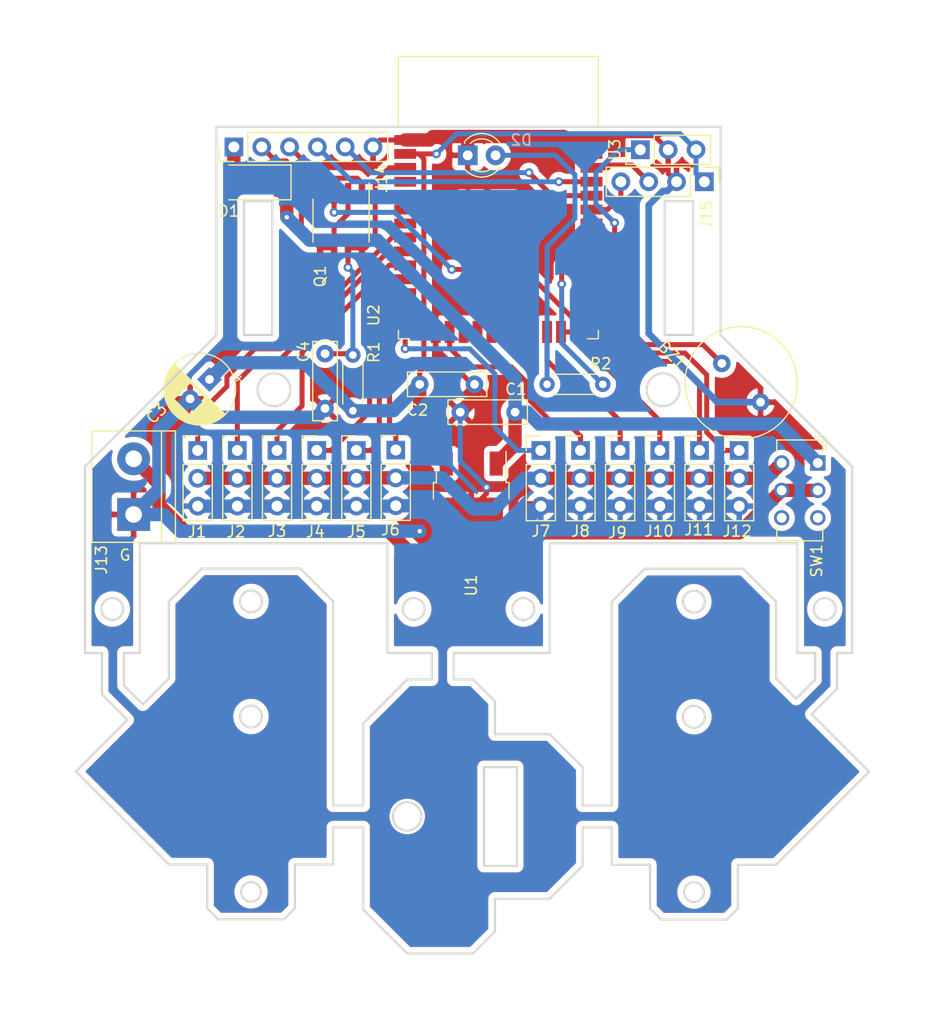
<source format=kicad_pcb>
(kicad_pcb (version 20171130) (host pcbnew "(5.1.5)-3")
  (layers (0 F.Cu signal) (31 B.Cu signal) (34 B.Paste user) (35 F.Paste user) (36 B.SilkS user) (37 F.SilkS user) (38 B.Mask user) (39 F.Mask user) (44 Edge.Cuts user))
  (net 0 "")
  (net 1 GND)
  (net 2 "Net-(BZ1-Pad1)")
  (net 3 +BATT)
  (net 4 +3V3)
  (net 5 EN)
  (net 6 +5V)
  (net 7 "Net-(D2-Pad2)")
  (net 8 SV0)
  (net 9 SV1)
  (net 10 SV2)
  (net 11 SV3)
  (net 12 SV4)
  (net 13 SV5)
  (net 14 SV6)
  (net 15 SV7)
  (net 16 SV8)
  (net 17 SV9)
  (net 18 SV10)
  (net 19 SV11)
  (net 20 "Net-(J13-Pad2)")
  (net 21 "Net-(J14-Pad5)")
  (net 22 "Net-(J14-Pad4)")
  (net 23 RTS)
  (net 24 DTR)
  (net 25 IO0)
  (net 26 "Net-(R2-Pad1)")
  (net 27 "Net-(U2-Pad37)")
  (net 28 "Net-(U2-Pad32)")
  (net 29 "Net-(U2-Pad31)")
  (net 30 "Net-(U2-Pad29)")
  (net 31 "Net-(U2-Pad22)")
  (net 32 "Net-(U2-Pad21)")
  (net 33 "Net-(U2-Pad20)")
  (net 34 "Net-(U2-Pad19)")
  (net 35 "Net-(U2-Pad18)")
  (net 36 "Net-(U2-Pad17)")
  (net 37 "Net-(U2-Pad7)")
  (net 38 "Net-(U2-Pad6)")
  (net 39 "Net-(U2-Pad5)")
  (net 40 "Net-(U2-Pad4)")
  (net 41 "Net-(C1-Pad1)")
  (net 42 "Net-(SW1-Pad6)")
  (net 43 "Net-(SW1-Pad3)")
  (net 44 "Net-(J15-Pad4)")
  (net 45 "Net-(J15-Pad3)")
  (net 46 GNDPWR)
  (module Connector_PinHeader_2.54mm:PinHeader_1x04_P2.54mm_Vertical (layer F.Cu) (at 108.966 21.463 270)
    (fp_text reference J15 (at 3.017 -0.194 90) (layer F.SilkS))
    (fp_text value Conn_01x04)
    (pad 4 thru_hole oval (at 0 7.62 270) (size 1.7 1.7) (drill 1) (layers *.Cu *.Mask) (net 44 "Net-(J15-Pad4)"))
    (pad 3 thru_hole oval (at 0 5.08 270) (size 1.7 1.7) (drill 1) (layers *.Cu *.Mask) (net 45 "Net-(J15-Pad3)"))
    (pad 2 thru_hole oval (at 0 2.54 270) (size 1.7 1.7) (drill 1) (layers *.Cu *.Mask) (net 1 GND))
    (pad 1 thru_hole rect (at 0 0 270) (size 1.7 1.7) (drill 1) (layers *.Cu *.Mask) (net 4 +3V3))
  )
  (module Connector_PinHeader_2.54mm:PinHeader_1x03_P2.54mm_Vertical (layer F.Cu) (at 103.124 18.542 90)
    (fp_text reference U3 (at 0 -2.33 90) (layer F.SilkS))
    (fp_text value TSDP341xx)
    (pad 3 thru_hole oval (at 0 5.08 90) (size 1.7 1.7) (drill 1) (layers *.Cu *.Mask) (net 4 +3V3))
    (pad 2 thru_hole oval (at 0 2.54 90) (size 1.7 1.7) (drill 1) (layers *.Cu *.Mask) (net 1 GND))
    (pad 1 thru_hole rect (at 0 0 90) (size 1.7 1.7) (drill 1) (layers *.Cu *.Mask) (net 30 "Net-(U2-Pad29)"))
  )
  (module RF_Module:ESP32-WROOM-32 (layer F.Cu) (at 90.17 25.908)
    (fp_text reference U2 (at -11.37 7.732 90) (layer F.SilkS))
    (fp_text value ESP32-WROOM-32)
    (pad 38 smd rect (at 8.5 -8.255) (size 2 0.9) (layers F.Cu F.Paste F.Mask) (net 1 GND))
    (pad 37 smd rect (at 8.5 -6.985) (size 2 0.9) (layers F.Cu F.Paste F.Mask) (net 27 "Net-(U2-Pad37)"))
    (pad 36 smd rect (at 8.5 -5.715) (size 2 0.9) (layers F.Cu F.Paste F.Mask) (net 45 "Net-(J15-Pad3)"))
    (pad 35 smd rect (at 8.5 -4.445) (size 2 0.9) (layers F.Cu F.Paste F.Mask) (net 22 "Net-(J14-Pad4)"))
    (pad 34 smd rect (at 8.5 -3.175) (size 2 0.9) (layers F.Cu F.Paste F.Mask) (net 21 "Net-(J14-Pad5)"))
    (pad 33 smd rect (at 8.5 -1.905) (size 2 0.9) (layers F.Cu F.Paste F.Mask) (net 44 "Net-(J15-Pad4)"))
    (pad 32 smd rect (at 8.5 -0.635) (size 2 0.9) (layers F.Cu F.Paste F.Mask) (net 28 "Net-(U2-Pad32)"))
    (pad 31 smd rect (at 8.5 0.635) (size 2 0.9) (layers F.Cu F.Paste F.Mask) (net 29 "Net-(U2-Pad31)"))
    (pad 30 smd rect (at 8.5 1.905) (size 2 0.9) (layers F.Cu F.Paste F.Mask) (net 26 "Net-(R2-Pad1)"))
    (pad 29 smd rect (at 8.5 3.175) (size 2 0.9) (layers F.Cu F.Paste F.Mask) (net 30 "Net-(U2-Pad29)"))
    (pad 28 smd rect (at 8.5 4.445) (size 2 0.9) (layers F.Cu F.Paste F.Mask) (net 2 "Net-(BZ1-Pad1)"))
    (pad 27 smd rect (at 8.5 5.715) (size 2 0.9) (layers F.Cu F.Paste F.Mask) (net 19 SV11))
    (pad 26 smd rect (at 8.5 6.985) (size 2 0.9) (layers F.Cu F.Paste F.Mask) (net 18 SV10))
    (pad 25 smd rect (at 8.5 8.255) (size 2 0.9) (layers F.Cu F.Paste F.Mask) (net 25 IO0))
    (pad 24 smd rect (at 5.715 9.255 90) (size 2 0.9) (layers F.Cu F.Paste F.Mask) (net 17 SV9))
    (pad 23 smd rect (at 4.445 9.255 90) (size 2 0.9) (layers F.Cu F.Paste F.Mask) (net 16 SV8))
    (pad 22 smd rect (at 3.175 9.255 90) (size 2 0.9) (layers F.Cu F.Paste F.Mask) (net 31 "Net-(U2-Pad22)"))
    (pad 21 smd rect (at 1.905 9.255 90) (size 2 0.9) (layers F.Cu F.Paste F.Mask) (net 32 "Net-(U2-Pad21)"))
    (pad 20 smd rect (at 0.635 9.255 90) (size 2 0.9) (layers F.Cu F.Paste F.Mask) (net 33 "Net-(U2-Pad20)"))
    (pad 19 smd rect (at -0.635 9.255 90) (size 2 0.9) (layers F.Cu F.Paste F.Mask) (net 34 "Net-(U2-Pad19)"))
    (pad 18 smd rect (at -1.905 9.255 90) (size 2 0.9) (layers F.Cu F.Paste F.Mask) (net 35 "Net-(U2-Pad18)"))
    (pad 17 smd rect (at -3.175 9.255 90) (size 2 0.9) (layers F.Cu F.Paste F.Mask) (net 36 "Net-(U2-Pad17)"))
    (pad 16 smd rect (at -4.445 9.255 90) (size 2 0.9) (layers F.Cu F.Paste F.Mask) (net 15 SV7))
    (pad 15 smd rect (at -5.715 9.255 90) (size 2 0.9) (layers F.Cu F.Paste F.Mask) (net 1 GND))
    (pad 14 smd rect (at -8.5 8.255) (size 2 0.9) (layers F.Cu F.Paste F.Mask) (net 14 SV6))
    (pad 13 smd rect (at -8.5 6.985) (size 2 0.9) (layers F.Cu F.Paste F.Mask) (net 13 SV5))
    (pad 12 smd rect (at -8.5 5.715) (size 2 0.9) (layers F.Cu F.Paste F.Mask) (net 12 SV4))
    (pad 11 smd rect (at -8.5 4.445) (size 2 0.9) (layers F.Cu F.Paste F.Mask) (net 11 SV3))
    (pad 10 smd rect (at -8.5 3.175) (size 2 0.9) (layers F.Cu F.Paste F.Mask) (net 10 SV2))
    (pad 9 smd rect (at -8.5 1.905) (size 2 0.9) (layers F.Cu F.Paste F.Mask) (net 9 SV1))
    (pad 8 smd rect (at -8.5 0.635) (size 2 0.9) (layers F.Cu F.Paste F.Mask) (net 8 SV0))
    (pad 7 smd rect (at -8.5 -0.635) (size 2 0.9) (layers F.Cu F.Paste F.Mask) (net 37 "Net-(U2-Pad7)"))
    (pad 6 smd rect (at -8.5 -1.905) (size 2 0.9) (layers F.Cu F.Paste F.Mask) (net 38 "Net-(U2-Pad6)"))
    (pad 5 smd rect (at -8.5 -3.175) (size 2 0.9) (layers F.Cu F.Paste F.Mask) (net 39 "Net-(U2-Pad5)"))
    (pad 4 smd rect (at -8.5 -4.445) (size 2 0.9) (layers F.Cu F.Paste F.Mask) (net 40 "Net-(U2-Pad4)"))
    (pad 3 smd rect (at -8.5 -5.715) (size 2 0.9) (layers F.Cu F.Paste F.Mask) (net 5 EN))
    (pad 2 smd rect (at -8.5 -6.985) (size 2 0.9) (layers F.Cu F.Paste F.Mask) (net 4 +3V3))
    (pad 1 smd rect (at -8.5 -8.255) (size 2 0.9) (layers F.Cu F.Paste F.Mask) (net 1 GND))
    (pad 39 smd rect (at -1 -0.755) (size 5 5) (layers F.Cu F.Paste F.Mask) (net 1 GND))
  )
  (module Package_TO_SOT_SMD:TO-252-2 (layer F.Cu) (at 87.6935 51.3715 270)
    (fp_text reference U1 (at 6.9215 0 90) (layer F.SilkS))
    (fp_text value LF33_TO252)
    (pad 2 smd rect (at 2.1 0 270) (size 6.4 5.8) (layers F.Cu F.Mask) (net 1 GND))
    (pad 3 smd rect (at -4.2 2.28 270) (size 2.2 1.2) (layers F.Cu F.Paste F.Mask) (net 4 +3V3))
    (pad 1 smd rect (at -4.2 -2.28 270) (size 2.2 1.2) (layers F.Cu F.Paste F.Mask) (net 41 "Net-(C1-Pad1)"))
  )
  (module Resistor_THT:R_Axial_DIN0204_L3.6mm_D1.6mm_P5.08mm_Horizontal (layer F.Cu) (at 99.695 39.9415 180)
    (fp_text reference R2 (at 0.185 1.8815) (layer F.SilkS))
    (fp_text value 100)
    (pad 2 thru_hole oval (at 5.08 0 180) (size 1.4 1.4) (drill 0.7) (layers *.Cu *.Mask) (net 7 "Net-(D2-Pad2)"))
    (pad 1 thru_hole circle (at 0 0 180) (size 1.4 1.4) (drill 0.7) (layers *.Cu *.Mask) (net 26 "Net-(R2-Pad1)"))
  )
  (module Resistor_THT:R_Axial_DIN0204_L3.6mm_D1.6mm_P5.08mm_Horizontal (layer F.Cu) (at 76.8985 42.3545 90)
    (fp_text reference R1 (at 5.334 1.905 90) (layer F.SilkS))
    (fp_text value 10k)
    (pad 2 thru_hole oval (at 5.08 0 90) (size 1.4 1.4) (drill 0.7) (layers *.Cu *.Mask) (net 5 EN))
    (pad 1 thru_hole circle (at 0 0 90) (size 1.4 1.4) (drill 0.7) (layers *.Cu *.Mask) (net 4 +3V3))
  )
  (module Package_SO:SOIC-8_3.9x4.9mm_P1.27mm (layer F.Cu) (at 75.819 25.019 270)
    (fp_text reference Q1 (at 5.08 1.905 90) (layer F.SilkS))
    (fp_text value STS2DNE60)
    (pad 8 smd roundrect (at 2.475 -1.905 270) (size 1.95 0.6) (layers F.Cu F.Paste F.Mask) (net 5 EN))
    (pad 7 smd roundrect (at 2.475 -0.635 270) (size 1.95 0.6) (layers F.Cu F.Paste F.Mask) (net 5 EN))
    (pad 6 smd roundrect (at 2.475 0.635 270) (size 1.95 0.6) (layers F.Cu F.Paste F.Mask) (net 24 DTR))
    (pad 5 smd roundrect (at 2.475 1.905 270) (size 1.95 0.6) (layers F.Cu F.Paste F.Mask) (net 24 DTR))
    (pad 4 smd roundrect (at -2.475 1.905 270) (size 1.95 0.6) (layers F.Cu F.Paste F.Mask) (net 23 RTS))
    (pad 3 smd roundrect (at -2.475 0.635 270) (size 1.95 0.6) (layers F.Cu F.Paste F.Mask) (net 25 IO0))
    (pad 2 smd roundrect (at -2.475 -0.635 270) (size 1.95 0.6) (layers F.Cu F.Paste F.Mask) (net 24 DTR))
    (pad 1 smd roundrect (at -2.475 -1.905 270) (size 1.95 0.6) (layers F.Cu F.Paste F.Mask) (net 23 RTS))
  )
  (module Connector_PinHeader_2.54mm:PinHeader_1x06_P2.54mm_Vertical (layer F.Cu) (at 66.04 18.288 90)
    (fp_text reference J14 (at -2.8575 13.462 90) (layer F.SilkS))
    (fp_text value Conn_01x06)
    (pad 6 thru_hole oval (at 0 12.7 90) (size 1.7 1.7) (drill 1) (layers *.Cu *.Mask) (net 1 GND))
    (pad 5 thru_hole oval (at 0 10.16 90) (size 1.7 1.7) (drill 1) (layers *.Cu *.Mask) (net 21 "Net-(J14-Pad5)"))
    (pad 4 thru_hole oval (at 0 7.62 90) (size 1.7 1.7) (drill 1) (layers *.Cu *.Mask) (net 22 "Net-(J14-Pad4)"))
    (pad 3 thru_hole oval (at 0 5.08 90) (size 1.7 1.7) (drill 1) (layers *.Cu *.Mask) (net 23 RTS))
    (pad 2 thru_hole oval (at 0 2.54 90) (size 1.7 1.7) (drill 1) (layers *.Cu *.Mask) (net 24 DTR))
    (pad 1 thru_hole rect (at 0 0 90) (size 1.7 1.7) (drill 1) (layers *.Cu *.Mask) (net 6 +5V))
  )
  (module TerminalBlock:TerminalBlock_bornier-2_P5.08mm (layer F.Cu) (at 56.896 51.816 90)
    (fp_text reference J13 (at -4.134 -2.946 90) (layer F.SilkS))
    (fp_text value Conn_01x02)
    (pad 2 thru_hole circle (at 5.08 0 90) (size 3 3) (drill 1.52) (layers *.Cu *.Mask) (net 20 "Net-(J13-Pad2)"))
    (pad 1 thru_hole rect (at 0 0 90) (size 3 3) (drill 1.52) (layers *.Cu *.Mask) (net 1 GND))
  )
  (module Button_Switch_THT:SW_CuK_JS202011CQN_DPDT_Straight (layer F.Cu) (at 119.3165 47.117 270)
    (fp_text reference SW1 (at 8.923 0.1165 90) (layer F.SilkS))
    (fp_text value SW_DPDT_x2)
    (pad 6 thru_hole circle (at 5 3.3 270) (size 1.4 1.4) (drill 0.9) (layers *.Cu *.Mask) (net 42 "Net-(SW1-Pad6)"))
    (pad 5 thru_hole circle (at 2.5 3.3 270) (size 1.4 1.4) (drill 0.9) (layers *.Cu *.Mask) (net 20 "Net-(J13-Pad2)"))
    (pad 4 thru_hole circle (at 0 3.3 270) (size 1.4 1.4) (drill 0.9) (layers *.Cu *.Mask) (net 3 +BATT))
    (pad 3 thru_hole circle (at 5 0 270) (size 1.4 1.4) (drill 0.9) (layers *.Cu *.Mask) (net 43 "Net-(SW1-Pad3)"))
    (pad 2 thru_hole circle (at 2.5 0 270) (size 1.4 1.4) (drill 0.9) (layers *.Cu *.Mask) (net 20 "Net-(J13-Pad2)"))
    (pad 1 thru_hole rect (at 0 0 270) (size 1.4 1.4) (drill 0.9) (layers *.Cu *.Mask) (net 41 "Net-(C1-Pad1)"))
  )
  (module Connector_PinHeader_2.54mm:PinHeader_1x03_P2.54mm_Vertical (layer F.Cu) (at 73.5965 45.974)
    (fp_text reference J4 (at -0.127 7.4295) (layer F.SilkS))
    (fp_text value Conn_01x03)
    (pad 3 thru_hole oval (at 0 5.08) (size 1.7 1.7) (drill 1) (layers *.Cu *.Mask) (net 1 GND))
    (pad 2 thru_hole oval (at 0 2.54) (size 1.7 1.7) (drill 1) (layers *.Cu *.Mask) (net 3 +BATT))
    (pad 1 thru_hole rect (at 0 0) (size 1.7 1.7) (drill 1) (layers *.Cu *.Mask) (net 11 SV3))
  )
  (module Diode_SMD:D_2010_5025Metric (layer F.Cu) (at 68.072 21.5265 180)
    (fp_text reference D1 (at 2.512 -2.6135) (layer F.SilkS))
    (fp_text value D_Schottky)
    (pad 2 smd roundrect (at 2.25 0 180) (size 1.35 2.65) (layers F.Cu F.Paste F.Mask) (roundrect_rratio 0.185185) (net 6 +5V))
    (pad 1 smd roundrect (at -2.25 0 180) (size 1.35 2.65) (layers F.Cu F.Paste F.Mask) (roundrect_rratio 0.185185) (net 41 "Net-(C1-Pad1)"))
  )
  (module Capacitor_THT:C_Rect_L7.0mm_W2.0mm_P5.00mm (layer F.Cu) (at 74.3585 37.1475 270)
    (fp_text reference C4 (at -0.1905 1.9685 90) (layer F.SilkS))
    (fp_text value 0.1u)
    (pad 2 thru_hole circle (at 5 0 270) (size 1.6 1.6) (drill 0.8) (layers *.Cu *.Mask) (net 1 GND))
    (pad 1 thru_hole circle (at 0 0 270) (size 1.6 1.6) (drill 0.8) (layers *.Cu *.Mask) (net 5 EN))
  )
  (module Capacitor_THT:C_Rect_L7.0mm_W2.0mm_P5.00mm (layer F.Cu) (at 82.9945 39.9415)
    (fp_text reference C2 (at -0.1905 2.3495) (layer F.SilkS))
    (fp_text value 0.1u)
    (pad 2 thru_hole circle (at 5 0) (size 1.6 1.6) (drill 0.8) (layers *.Cu *.Mask) (net 1 GND))
    (pad 1 thru_hole circle (at 0 0) (size 1.6 1.6) (drill 0.8) (layers *.Cu *.Mask) (net 4 +3V3))
  )
  (module Connector_PinHeader_2.54mm:PinHeader_1x03_P2.54mm_Vertical (layer F.Cu) (at 94.0435 45.974)
    (fp_text reference J7 (at 0 7.366) (layer F.SilkS))
    (fp_text value Conn_01x03)
    (pad 3 thru_hole oval (at 0 5.08) (size 1.7 1.7) (drill 1) (layers *.Cu *.Mask) (net 1 GND))
    (pad 2 thru_hole oval (at 0 2.54) (size 1.7 1.7) (drill 1) (layers *.Cu *.Mask) (net 3 +BATT))
    (pad 1 thru_hole rect (at 0 0) (size 1.7 1.7) (drill 1) (layers *.Cu *.Mask) (net 14 SV6))
  )
  (module Connector_PinHeader_2.54mm:PinHeader_1x03_P2.54mm_Vertical (layer F.Cu) (at 97.663 45.974)
    (fp_text reference J8 (at 0 7.366) (layer F.SilkS))
    (fp_text value Conn_01x03)
    (pad 3 thru_hole oval (at 0 5.08) (size 1.7 1.7) (drill 1) (layers *.Cu *.Mask) (net 1 GND))
    (pad 2 thru_hole oval (at 0 2.54) (size 1.7 1.7) (drill 1) (layers *.Cu *.Mask) (net 3 +BATT))
    (pad 1 thru_hole rect (at 0 0) (size 1.7 1.7) (drill 1) (layers *.Cu *.Mask) (net 15 SV7))
  )
  (module Capacitor_THT:C_Rect_L7.0mm_W2.0mm_P5.00mm (layer F.Cu) (at 91.694 42.4815 180)
    (fp_text reference C1 (at -0.0635 2.0955) (layer F.SilkS))
    (fp_text value 10u)
    (pad 2 thru_hole circle (at 5 0 180) (size 1.6 1.6) (drill 0.8) (layers *.Cu *.Mask) (net 1 GND))
    (pad 1 thru_hole circle (at 0 0 180) (size 1.6 1.6) (drill 0.8) (layers *.Cu *.Mask) (net 41 "Net-(C1-Pad1)"))
  )
  (module LED_THT:LED_D3.0mm (layer F.Cu) (at 87.376 19.05)
    (fp_text reference D2 (at 4.8895 -1.397) (layer B.SilkS) (effects (justify mirror)))
    (fp_text value LED)
    (pad 2 thru_hole circle (at 2.54 0) (size 1.8 1.8) (drill 0.9) (layers *.Cu *.Mask) (net 7 "Net-(D2-Pad2)"))
    (pad 1 thru_hole rect (at 0 0) (size 1.8 1.8) (drill 0.9) (layers *.Cu *.Mask) (net 1 GND))
  )
  (module Connector_PinHeader_2.54mm:PinHeader_1x03_P2.54mm_Vertical (layer F.Cu) (at 108.5215 45.974)
    (fp_text reference J11 (at -0.0635 7.239) (layer F.SilkS))
    (fp_text value Conn_01x03)
    (pad 3 thru_hole oval (at 0 5.08) (size 1.7 1.7) (drill 1) (layers *.Cu *.Mask) (net 1 GND))
    (pad 2 thru_hole oval (at 0 2.54) (size 1.7 1.7) (drill 1) (layers *.Cu *.Mask) (net 3 +BATT))
    (pad 1 thru_hole rect (at 0 0) (size 1.7 1.7) (drill 1) (layers *.Cu *.Mask) (net 18 SV10))
  )
  (module Connector_PinHeader_2.54mm:PinHeader_1x03_P2.54mm_Vertical (layer F.Cu) (at 77.216 45.974)
    (fp_text reference J5 (at 0 7.4295) (layer F.SilkS))
    (fp_text value Conn_01x03)
    (pad 3 thru_hole oval (at 0 5.08) (size 1.7 1.7) (drill 1) (layers *.Cu *.Mask) (net 1 GND))
    (pad 2 thru_hole oval (at 0 2.54) (size 1.7 1.7) (drill 1) (layers *.Cu *.Mask) (net 3 +BATT))
    (pad 1 thru_hole rect (at 0 0) (size 1.7 1.7) (drill 1) (layers *.Cu *.Mask) (net 12 SV4))
  )
  (module Capacitor_THT:CP_Radial_D6.3mm_P2.50mm (layer F.Cu) (at 63.8175 39.497 225)
    (fp_text reference C3 (at 5.61266 1.212335 45) (layer F.SilkS))
    (fp_text value 47u)
    (pad 2 thru_hole circle (at 2.5 0 225) (size 1.6 1.6) (drill 0.8) (layers *.Cu *.Mask) (net 1 GND))
    (pad 1 thru_hole rect (at 0 0 225) (size 1.6 1.6) (drill 0.8) (layers *.Cu *.Mask) (net 4 +3V3))
  )
  (module Connector_PinHeader_2.54mm:PinHeader_1x03_P2.54mm_Vertical (layer F.Cu) (at 112.141 45.974)
    (fp_text reference J12 (at -0.1905 7.366) (layer F.SilkS))
    (fp_text value Conn_01x03)
    (pad 3 thru_hole oval (at 0 5.08) (size 1.7 1.7) (drill 1) (layers *.Cu *.Mask) (net 1 GND))
    (pad 2 thru_hole oval (at 0 2.54) (size 1.7 1.7) (drill 1) (layers *.Cu *.Mask) (net 3 +BATT))
    (pad 1 thru_hole rect (at 0 0) (size 1.7 1.7) (drill 1) (layers *.Cu *.Mask) (net 19 SV11))
  )
  (module Connector_PinHeader_2.54mm:PinHeader_1x03_P2.54mm_Vertical (layer F.Cu) (at 104.902 45.974)
    (fp_text reference J10 (at -0.0635 7.366) (layer F.SilkS))
    (fp_text value Conn_01x03)
    (pad 3 thru_hole oval (at 0 5.08) (size 1.7 1.7) (drill 1) (layers *.Cu *.Mask) (net 1 GND))
    (pad 2 thru_hole oval (at 0 2.54) (size 1.7 1.7) (drill 1) (layers *.Cu *.Mask) (net 3 +BATT))
    (pad 1 thru_hole rect (at 0 0) (size 1.7 1.7) (drill 1) (layers *.Cu *.Mask) (net 17 SV9))
  )
  (module Connector_PinHeader_2.54mm:PinHeader_1x03_P2.54mm_Vertical (layer F.Cu) (at 101.2825 45.974)
    (fp_text reference J9 (at -0.254 7.493) (layer F.SilkS))
    (fp_text value Conn_01x03)
    (pad 3 thru_hole oval (at 0 5.08) (size 1.7 1.7) (drill 1) (layers *.Cu *.Mask) (net 1 GND))
    (pad 2 thru_hole oval (at 0 2.54) (size 1.7 1.7) (drill 1) (layers *.Cu *.Mask) (net 3 +BATT))
    (pad 1 thru_hole rect (at 0 0) (size 1.7 1.7) (drill 1) (layers *.Cu *.Mask) (net 16 SV8))
  )
  (module Connector_PinHeader_2.54mm:PinHeader_1x03_P2.54mm_Vertical (layer F.Cu) (at 80.8105 45.9375)
    (fp_text reference J6 (at -0.483 7.2755) (layer F.SilkS))
    (fp_text value Conn_01x03)
    (pad 3 thru_hole oval (at 0 5.08) (size 1.7 1.7) (drill 1) (layers *.Cu *.Mask) (net 1 GND))
    (pad 2 thru_hole oval (at 0 2.54) (size 1.7 1.7) (drill 1) (layers *.Cu *.Mask) (net 3 +BATT))
    (pad 1 thru_hole rect (at 0 0) (size 1.7 1.7) (drill 1) (layers *.Cu *.Mask) (net 13 SV5))
  )
  (module Connector_PinHeader_2.54mm:PinHeader_1x03_P2.54mm_Vertical (layer F.Cu) (at 69.977 45.974)
    (fp_text reference J3 (at 0 7.366) (layer F.SilkS))
    (fp_text value Conn_01x03)
    (pad 3 thru_hole oval (at 0 5.08) (size 1.7 1.7) (drill 1) (layers *.Cu *.Mask) (net 1 GND))
    (pad 2 thru_hole oval (at 0 2.54) (size 1.7 1.7) (drill 1) (layers *.Cu *.Mask) (net 3 +BATT))
    (pad 1 thru_hole rect (at 0 0) (size 1.7 1.7) (drill 1) (layers *.Cu *.Mask) (net 10 SV2))
  )
  (module Connector_PinHeader_2.54mm:PinHeader_1x03_P2.54mm_Vertical (layer F.Cu) (at 66.3575 45.974)
    (fp_text reference J2 (at -0.127 7.4295) (layer F.SilkS))
    (fp_text value Conn_01x03)
    (pad 3 thru_hole oval (at 0 5.08) (size 1.7 1.7) (drill 1) (layers *.Cu *.Mask) (net 1 GND))
    (pad 2 thru_hole oval (at 0 2.54) (size 1.7 1.7) (drill 1) (layers *.Cu *.Mask) (net 3 +BATT))
    (pad 1 thru_hole rect (at 0 0) (size 1.7 1.7) (drill 1) (layers *.Cu *.Mask) (net 9 SV1))
  )
  (module Connector_PinHeader_2.54mm:PinHeader_1x03_P2.54mm_Vertical (layer F.Cu) (at 62.738 45.974)
    (fp_text reference J1 (at -0.0635 7.4295) (layer F.SilkS))
    (fp_text value Conn_01x03)
    (pad 3 thru_hole oval (at 0 5.08) (size 1.7 1.7) (drill 1) (layers *.Cu *.Mask) (net 1 GND))
    (pad 2 thru_hole oval (at 0 2.54) (size 1.7 1.7) (drill 1) (layers *.Cu *.Mask) (net 3 +BATT))
    (pad 1 thru_hole rect (at 0 0) (size 1.7 1.7) (drill 1) (layers *.Cu *.Mask) (net 8 SV0))
  )
  (module Capacitor_THT:C_Radial_D10.0mm_H12.5mm_P5.00mm (layer F.Cu) (at 110.5535 38.0365 315)
    (fp_text reference BZ1 (at -3.761808 2.663671 135) (layer F.SilkS))
    (fp_text value Buzzer)
    (pad 2 thru_hole circle (at 5 0 315) (size 1.6 1.6) (drill 0.8) (layers *.Cu *.Mask) (net 1 GND))
    (pad 1 thru_hole circle (at 0 0 315) (size 1.6 1.6) (drill 0.8) (layers *.Cu *.Mask) (net 2 "Net-(BZ1-Pad1)"))
  )
  (gr_circle (center 108.012424 70.268777) (end 109.012424 70.268777) (layer Edge.Cuts) (width 0.2))
  (gr_line (start 88.855206 74.864487) (end 88.855206 83.864487) (layer Edge.Cuts) (width 0.2))
  (gr_line (start 91.855206 83.864487) (end 91.855206 74.864487) (layer Edge.Cuts) (width 0.2))
  (gr_line (start 88.855206 83.864487) (end 91.855206 83.864487) (layer Edge.Cuts) (width 0.2))
  (gr_circle (center 67.605179 70.246105) (end 68.605179 70.246105) (layer Edge.Cuts) (width 0.2))
  (gr_circle (center 81.855206 79.364487) (end 83.155206 79.364487) (layer Edge.Cuts) (width 0.2))
  (gr_circle (center 108.012424 59.768777) (end 109.012424 59.768777) (layer Edge.Cuts) (width 0.2))
  (gr_line (start 91.855206 74.864487) (end 88.855206 74.864487) (layer Edge.Cuts) (width 0.2))
  (gr_circle (center 108.012424 86.268777) (end 108.912424 86.268777) (layer Edge.Cuts) (width 0.2))
  (gr_line (start 89.855206 86.864487) (end 89.855206 89.864487) (layer Edge.Cuts) (width 0.2))
  (gr_line (start 117.45 64.441) (end 117.45 54.441) (layer Edge.Cuts) (width 0.2))
  (gr_line (start 119.069633 66.892261) (end 119.069633 64.441) (layer Edge.Cuts) (width 0.2))
  (gr_line (start 117.338052 68.623842) (end 119.069633 66.892261) (layer Edge.Cuts) (width 0.2))
  (gr_line (start 115.512424 66.798214) (end 117.338052 68.623842) (layer Edge.Cuts) (width 0.2))
  (gr_line (start 115.512424 59.768777) (end 115.512424 66.798214) (layer Edge.Cuts) (width 0.2))
  (gr_line (start 112.512424 56.768777) (end 115.512424 59.768777) (layer Edge.Cuts) (width 0.2))
  (gr_line (start 57.738366 69.142356) (end 60.105179 66.775542) (layer Edge.Cuts) (width 0.2))
  (gr_line (start 75.105179 83.746105) (end 71.605179 83.746105) (layer Edge.Cuts) (width 0.2))
  (gr_line (start 54.001722 64.441) (end 52.45 64.441) (layer Edge.Cuts) (width 0.2))
  (gr_line (start 51.619898 75.260824) (end 56.324153 70.556569) (layer Edge.Cuts) (width 0.2))
  (gr_line (start 94.855206 86.864487) (end 89.855206 86.864487) (layer Edge.Cuts) (width 0.2))
  (gr_line (start 103.512424 56.768777) (end 112.512424 56.768777) (layer Edge.Cuts) (width 0.2))
  (gr_line (start 100.512424 59.768777) (end 103.512424 56.768777) (layer Edge.Cuts) (width 0.2))
  (gr_line (start 100.512424 78.364487) (end 100.512424 59.768777) (layer Edge.Cuts) (width 0.2))
  (gr_line (start 97.855206 74.864487) (end 97.855206 78.364487) (layer Edge.Cuts) (width 0.2))
  (gr_line (start 80.05 64.441) (end 80.05 54.441) (layer Edge.Cuts) (width 0.2))
  (gr_line (start 60.105179 83.746105) (end 51.619898 75.260824) (layer Edge.Cuts) (width 0.2))
  (gr_line (start 89.855206 68.864487) (end 89.855206 71.864487) (layer Edge.Cuts) (width 0.2))
  (gr_line (start 97.855206 80.364487) (end 97.855206 83.864487) (layer Edge.Cuts) (width 0.2))
  (gr_line (start 94.85 64.441) (end 86.08899 64.441) (layer Edge.Cuts) (width 0.2))
  (gr_line (start 94.85 54.441) (end 94.85 64.441) (layer Edge.Cuts) (width 0.2))
  (gr_line (start 75.105179 78.364487) (end 77.855206 78.364487) (layer Edge.Cuts) (width 0.2))
  (gr_line (start 72.105179 56.746105) (end 75.105179 59.746105) (layer Edge.Cuts) (width 0.2))
  (gr_line (start 89.855206 89.864487) (end 87.855206 91.864487) (layer Edge.Cuts) (width 0.2))
  (gr_line (start 77.855206 87.864487) (end 77.855206 80.364487) (layer Edge.Cuts) (width 0.2))
  (gr_line (start 86.08899 64.441) (end 86.08899 66.864487) (layer Edge.Cuts) (width 0.2))
  (gr_line (start 81.855206 91.864487) (end 77.855206 87.864487) (layer Edge.Cuts) (width 0.2))
  (gr_line (start 87.855206 91.864487) (end 81.855206 91.864487) (layer Edge.Cuts) (width 0.2))
  (gr_line (start 97.855206 78.364487) (end 100.512424 78.364487) (layer Edge.Cuts) (width 0.2))
  (gr_line (start 75.105179 59.746105) (end 75.105179 78.364487) (layer Edge.Cuts) (width 0.2))
  (gr_line (start 54.001722 68.234138) (end 54.001722 64.441) (layer Edge.Cuts) (width 0.2))
  (gr_line (start 56.324153 70.556569) (end 54.001722 68.234138) (layer Edge.Cuts) (width 0.2))
  (gr_line (start 94.855206 71.864487) (end 97.855206 74.864487) (layer Edge.Cuts) (width 0.2))
  (gr_line (start 89.855206 71.864487) (end 94.855206 71.864487) (layer Edge.Cuts) (width 0.2))
  (gr_line (start 84.08899 66.864487) (end 84.08899 64.441) (layer Edge.Cuts) (width 0.2))
  (gr_line (start 56.001722 67.405711) (end 57.738366 69.142356) (layer Edge.Cuts) (width 0.2))
  (gr_line (start 63.605179 83.746105) (end 60.105179 83.746105) (layer Edge.Cuts) (width 0.2))
  (gr_line (start 64.605179 88.746105) (end 63.605179 87.746105) (layer Edge.Cuts) (width 0.2))
  (gr_line (start 87.855206 66.864487) (end 89.855206 68.864487) (layer Edge.Cuts) (width 0.2))
  (gr_line (start 71.605179 87.746105) (end 70.605179 88.746105) (layer Edge.Cuts) (width 0.2))
  (gr_line (start 86.08899 66.864487) (end 87.855206 66.864487) (layer Edge.Cuts) (width 0.2))
  (gr_line (start 60.105179 59.746105) (end 63.105179 56.746105) (layer Edge.Cuts) (width 0.2))
  (gr_line (start 97.855206 83.864487) (end 94.855206 86.864487) (layer Edge.Cuts) (width 0.2))
  (gr_line (start 57.45 64.441) (end 56.001722 64.441) (layer Edge.Cuts) (width 0.2))
  (gr_line (start 56.001722 64.441) (end 56.001722 67.405711) (layer Edge.Cuts) (width 0.2))
  (gr_line (start 77.855206 78.364487) (end 77.855206 70.864487) (layer Edge.Cuts) (width 0.2))
  (gr_line (start 63.105179 56.746105) (end 72.105179 56.746105) (layer Edge.Cuts) (width 0.2))
  (gr_circle (center 67.605179 86.246105) (end 68.505179 86.246105) (layer Edge.Cuts) (width 0.2))
  (gr_line (start 119.069633 64.441) (end 117.45 64.441) (layer Edge.Cuts) (width 0.2))
  (gr_line (start 80.05 54.441) (end 57.45 54.441) (layer Edge.Cuts) (width 0.2))
  (gr_line (start 52.45 64.441) (end 52.45 47.441) (layer Edge.Cuts) (width 0.2))
  (gr_line (start 81.855206 66.864487) (end 84.08899 66.864487) (layer Edge.Cuts) (width 0.2))
  (gr_line (start 70.605179 88.746105) (end 64.605179 88.746105) (layer Edge.Cuts) (width 0.2))
  (gr_line (start 71.605179 83.746105) (end 71.605179 87.746105) (layer Edge.Cuts) (width 0.2))
  (gr_line (start 75.105179 80.364487) (end 75.105179 83.746105) (layer Edge.Cuts) (width 0.2))
  (gr_line (start 60.105179 66.775542) (end 60.105179 59.746105) (layer Edge.Cuts) (width 0.2))
  (gr_line (start 57.45 54.441) (end 57.45 64.441) (layer Edge.Cuts) (width 0.2))
  (gr_line (start 63.605179 87.746105) (end 63.605179 83.746105) (layer Edge.Cuts) (width 0.2))
  (gr_line (start 84.08899 64.441) (end 80.05 64.441) (layer Edge.Cuts) (width 0.2))
  (gr_line (start 77.855206 70.864487) (end 81.855206 66.864487) (layer Edge.Cuts) (width 0.2))
  (gr_circle (center 67.605179 59.746105) (end 68.605179 59.746105) (layer Edge.Cuts) (width 0.2))
  (gr_line (start 117.45 54.441) (end 94.85 54.441) (layer Edge.Cuts) (width 0.2))
  (gr_line (start 77.855206 80.364487) (end 75.105179 80.364487) (layer Edge.Cuts) (width 0.2))
  (gr_line (start 64.45 35.441) (end 64.45 16.441) (layer Edge.Cuts) (width 0.2))
  (gr_line (start 104.012424 83.768777) (end 100.512424 83.768777) (layer Edge.Cuts) (width 0.2))
  (gr_line (start 121.069633 64.441) (end 121.069633 67.720688) (layer Edge.Cuts) (width 0.2))
  (gr_line (start 115.512424 83.768777) (end 112.012424 83.768777) (layer Edge.Cuts) (width 0.2))
  (gr_line (start 69.55 35.441) (end 69.55 23.241) (layer Edge.Cuts) (width 0.2))
  (gr_circle (center 92.45 60.441) (end 93.45 60.441) (layer Edge.Cuts) (width 0.2))
  (gr_line (start 107.95 35.441) (end 107.95 23.241) (layer Edge.Cuts) (width 0.2))
  (gr_line (start 111.012424 88.768777) (end 105.012424 88.768777) (layer Edge.Cuts) (width 0.2))
  (gr_line (start 66.95 35.441) (end 69.55 35.441) (layer Edge.Cuts) (width 0.2))
  (gr_line (start 112.012424 87.768777) (end 111.012424 88.768777) (layer Edge.Cuts) (width 0.2))
  (gr_line (start 110.45 35.441) (end 122.45 47.441) (layer Edge.Cuts) (width 0.2))
  (gr_line (start 69.55 23.241) (end 66.95 23.241) (layer Edge.Cuts) (width 0.2))
  (gr_line (start 122.45 47.441) (end 122.45 64.441) (layer Edge.Cuts) (width 0.2))
  (gr_line (start 105.35 23.241) (end 105.35 35.441) (layer Edge.Cuts) (width 0.2))
  (gr_line (start 100.512424 80.364487) (end 97.855206 80.364487) (layer Edge.Cuts) (width 0.2))
  (gr_line (start 105.012424 88.768777) (end 104.012424 87.768777) (layer Edge.Cuts) (width 0.2))
  (gr_line (start 104.012424 87.768777) (end 104.012424 83.768777) (layer Edge.Cuts) (width 0.2))
  (gr_line (start 112.012424 83.768777) (end 112.012424 87.768777) (layer Edge.Cuts) (width 0.2))
  (gr_line (start 123.997705 75.283495) (end 115.512424 83.768777) (layer Edge.Cuts) (width 0.2))
  (gr_line (start 64.45 16.441) (end 110.45 16.441) (layer Edge.Cuts) (width 0.2))
  (gr_line (start 110.45 16.441) (end 110.45 35.441) (layer Edge.Cuts) (width 0.2))
  (gr_line (start 122.45 64.441) (end 121.069633 64.441) (layer Edge.Cuts) (width 0.2))
  (gr_circle (center 105.2 40.441) (end 106.7 40.441) (layer Edge.Cuts) (width 0.2))
  (gr_line (start 121.069633 67.720688) (end 118.752266 70.038056) (layer Edge.Cuts) (width 0.2))
  (gr_line (start 66.95 23.241) (end 66.95 35.441) (layer Edge.Cuts) (width 0.2))
  (gr_circle (center 82.45 60.441) (end 83.45 60.441) (layer Edge.Cuts) (width 0.2))
  (gr_line (start 105.35 35.441) (end 107.95 35.441) (layer Edge.Cuts) (width 0.2))
  (gr_circle (center 54.95 60.441) (end 55.95 60.441) (layer Edge.Cuts) (width 0.2))
  (gr_circle (center 119.95 60.441) (end 120.95 60.441) (layer Edge.Cuts) (width 0.2))
  (gr_circle (center 69.7 40.441) (end 71.2 40.441) (layer Edge.Cuts) (width 0.2))
  (gr_line (start 100.512424 83.768777) (end 100.512424 80.364487) (layer Edge.Cuts) (width 0.2))
  (gr_line (start 118.752266 70.038056) (end 123.997705 75.283495) (layer Edge.Cuts) (width 0.2))
  (gr_line (start 52.45 47.441) (end 64.45 35.441) (layer Edge.Cuts) (width 0.2))
  (gr_line (start 107.95 23.241) (end 105.35 23.241) (layer Edge.Cuts) (width 0.2))
  (gr_text G (at 56.11 55.52) (layer F.SilkS) (effects (font (size 1 1))))
  (segment (start 94.007 51.0175) (end 94.0435 51.054) (width 1.2192) (layer B.Cu) (net 1))
  (segment (start 105.664 18.542) (end 105.664 20.701) (width 0.4572) (layer F.Cu) (net 1))
  (segment (start 87.6935 51.302185) (end 87.6935 53.4715) (width 0.4572) (layer F.Cu) (net 1))
  (segment (start 84.455 26.9108) (end 86.2128 25.153) (width 0.4572) (layer F.Cu) (net 1))
  (segment (start 79.375 17.653) (end 78.74 18.288) (width 0.4572) (layer F.Cu) (net 1))
  (segment (start 105.664 20.701) (end 106.426 21.463) (width 0.4572) (layer F.Cu) (net 1))
  (segment (start 86.694 46.943) (end 89.0905 49.3395) (width 0.4572) (layer B.Cu) (net 1))
  (segment (start 110.152034 41.572034) (end 112.957664 41.572034) (width 0.6096) (layer B.Cu) (net 1))
  (segment (start 105.576001 22.312999) (end 105.166501 22.312999) (width 0.6096) (layer B.Cu) (net 1))
  (segment (start 82.9945 53.34) (end 87.562 53.34) (width 1.2192) (layer F.Cu) (net 1))
  (segment (start 86.694 42.4815) (end 86.694 46.943) (width 0.4572) (layer B.Cu) (net 1))
  (segment (start 98.933 17.653) (end 99.322601 17.263399) (width 0.4572) (layer F.Cu) (net 1))
  (segment (start 81.67 17.653) (end 79.375 17.653) (width 0.4572) (layer F.Cu) (net 1))
  (segment (start 84.455 35.163) (end 84.455 36.6202) (width 0.4572) (layer F.Cu) (net 1))
  (segment (start 86.2128 25.153) (end 89.17 25.153) (width 0.4572) (layer F.Cu) (net 1))
  (segment (start 59.6152 51.816) (end 61.1392 53.34) (width 1.2192) (layer B.Cu) (net 1))
  (segment (start 84.455 35.163) (end 84.455 26.9108) (width 0.4572) (layer F.Cu) (net 1))
  (segment (start 84.455 36.6202) (end 87.7763 39.9415) (width 0.4572) (layer F.Cu) (net 1))
  (segment (start 61.1392 53.34) (end 82.9945 53.34) (width 1.2192) (layer B.Cu) (net 1))
  (segment (start 112.957664 41.572034) (end 114.089034 41.572034) (width 0.6096) (layer B.Cu) (net 1))
  (segment (start 99.322601 17.263399) (end 104.385399 17.263399) (width 0.4572) (layer F.Cu) (net 1))
  (segment (start 103.886 35.306) (end 110.152034 41.572034) (width 0.6096) (layer B.Cu) (net 1))
  (segment (start 87.562 53.34) (end 87.6935 53.4715) (width 1.2192) (layer F.Cu) (net 1))
  (segment (start 56.896 51.816) (end 59.6152 51.816) (width 1.2192) (layer B.Cu) (net 1))
  (segment (start 87.7763 39.9415) (end 87.9945 39.9415) (width 0.4572) (layer F.Cu) (net 1))
  (segment (start 98.67 17.653) (end 98.933 17.653) (width 0.4572) (layer F.Cu) (net 1))
  (segment (start 89.0905 49.3395) (end 89.0905 49.905185) (width 0.4572) (layer F.Cu) (net 1))
  (segment (start 103.886 23.5935) (end 103.886 35.306) (width 0.6096) (layer B.Cu) (net 1))
  (segment (start 105.166501 22.312999) (end 103.886 23.5935) (width 0.6096) (layer B.Cu) (net 1))
  (segment (start 89.0905 49.905185) (end 87.6935 51.302185) (width 0.4572) (layer F.Cu) (net 1))
  (segment (start 106.426 21.463) (end 105.576001 22.312999) (width 0.6096) (layer B.Cu) (net 1))
  (segment (start 104.814001 17.692001) (end 105.664 18.542) (width 0.4572) (layer F.Cu) (net 1))
  (segment (start 104.385399 17.263399) (end 104.814001 17.692001) (width 0.4572) (layer F.Cu) (net 1))
  (segment (start 87.376 23.359) (end 89.17 25.153) (width 0.4572) (layer F.Cu) (net 1))
  (segment (start 87.376 19.05) (end 87.376 23.359) (width 0.4572) (layer F.Cu) (net 1))
  (segment (start 96.4508 17.653) (end 98.67 17.653) (width 1.2192) (layer F.Cu) (net 1))
  (segment (start 84.201801 17.340399) (end 87.503 17.3355) (width 1.2192) (layer F.Cu) (net 1))
  (segment (start 87.376 19.05) (end 87.376 17.4625) (width 1.2192) (layer F.Cu) (net 1))
  (segment (start 87.376 17.4625) (end 87.503 17.3355) (width 1.2192) (layer F.Cu) (net 1))
  (segment (start 83.8892 17.653) (end 84.201801 17.340399) (width 1.2192) (layer F.Cu) (net 1))
  (segment (start 81.67 17.653) (end 83.8892 17.653) (width 1.2192) (layer F.Cu) (net 1))
  (segment (start 96.138199 17.340399) (end 96.4508 17.653) (width 1.2192) (layer F.Cu) (net 1))
  (segment (start 56.896 51.816) (end 59.205601 49.506399) (width 1.2192) (layer B.Cu) (net 1))
  (segment (start 59.205601 44.108899) (end 61.249734 42.064766) (width 1.2192) (layer B.Cu) (net 1))
  (segment (start 87.9945 39.9415) (end 87.9945 41.181) (width 1.2192) (layer F.Cu) (net 1))
  (segment (start 87.9945 41.181) (end 86.694 42.4815) (width 1.2192) (layer F.Cu) (net 1))
  (segment (start 62.049733 41.264767) (end 63.732465 42.947499) (width 1.2192) (layer B.Cu) (net 1))
  (segment (start 63.732465 42.947499) (end 73.558501 42.947499) (width 1.2192) (layer B.Cu) (net 1))
  (segment (start 73.558501 42.947499) (end 74.3585 42.1475) (width 1.2192) (layer B.Cu) (net 1))
  (segment (start 59.205601 49.506399) (end 59.205601 44.108899) (width 1.2192) (layer B.Cu) (net 1))
  (segment (start 61.249734 42.064766) (end 62.049733 41.264767) (width 1.2192) (layer B.Cu) (net 1))
  (segment (start 87.503 17.3355) (end 96.138199 17.340399) (width 1.2192) (layer F.Cu) (net 1))
  (via (at 82.9945 53.34) (size 0.8) (drill 0.4) (layers F.Cu B.Cu) (net 1))
  (via (at 89.0905 49.3395) (size 0.8) (drill 0.4) (layers F.Cu B.Cu) (net 1))
  (segment (start 62.738 51.054) (end 66.3575 51.054) (width 1.2192) (layer B.Cu) (net 1))
  (segment (start 66.3575 51.054) (end 69.977 51.054) (width 1.2192) (layer B.Cu) (net 1))
  (segment (start 69.977 51.054) (end 73.5965 51.054) (width 1.2192) (layer B.Cu) (net 1))
  (segment (start 73.5965 51.054) (end 77.216 51.054) (width 1.2192) (layer B.Cu) (net 1))
  (segment (start 80.774 51.054) (end 80.8105 51.0175) (width 1.2192) (layer B.Cu) (net 1))
  (segment (start 77.216 51.054) (end 80.774 51.054) (width 1.2192) (layer B.Cu) (net 1))
  (segment (start 80.8105 51.0175) (end 84.2915 51.0175) (width 1.2192) (layer B.Cu) (net 1))
  (segment (start 84.2915 51.0175) (end 86.36 53.086) (width 1.2192) (layer B.Cu) (net 1))
  (segment (start 112.141 51.054) (end 108.5215 51.054) (width 1.2192) (layer B.Cu) (net 1))
  (segment (start 108.5215 51.054) (end 104.902 51.054) (width 1.2192) (layer B.Cu) (net 1))
  (segment (start 104.902 51.054) (end 101.2825 51.054) (width 1.2192) (layer B.Cu) (net 1))
  (segment (start 101.2825 51.054) (end 97.663 51.054) (width 1.2192) (layer B.Cu) (net 1))
  (segment (start 94.0435 51.054) (end 97.663 51.054) (width 1.2192) (layer B.Cu) (net 1))
  (segment (start 92.0115 53.086) (end 94.0435 51.054) (width 1.2192) (layer B.Cu) (net 1))
  (segment (start 86.36 53.086) (end 92.0115 53.086) (width 1.2192) (layer B.Cu) (net 1))
  (segment (start 90.111 51.054) (end 87.6935 53.4715) (width 1.2192) (layer F.Cu) (net 1))
  (segment (start 94.0435 51.054) (end 92.841419 51.054) (width 0.9144) (layer F.Cu) (net 1))
  (segment (start 92.841419 51.054) (end 92.841419 51.684581) (width 0.9144) (layer F.Cu) (net 1))
  (segment (start 92.841419 51.684581) (end 92.075 52.451) (width 0.9144) (layer F.Cu) (net 1))
  (segment (start 108.839 36.322) (end 109.753501 37.236501) (width 0.4572) (layer F.Cu) (net 2))
  (segment (start 98.67 30.353) (end 101.092 30.353) (width 0.4572) (layer F.Cu) (net 2))
  (segment (start 102.235 31.496) (end 102.235 35.052) (width 0.4572) (layer F.Cu) (net 2))
  (segment (start 109.753501 37.236501) (end 110.5535 38.0365) (width 0.4572) (layer F.Cu) (net 2))
  (segment (start 102.235 35.052) (end 103.505 36.322) (width 0.4572) (layer F.Cu) (net 2))
  (segment (start 101.092 30.353) (end 102.235 31.496) (width 0.4572) (layer F.Cu) (net 2))
  (segment (start 103.505 36.322) (end 108.839 36.322) (width 0.4572) (layer F.Cu) (net 2))
  (segment (start 77.2525 48.4775) (end 77.216 48.514) (width 1.2192) (layer F.Cu) (net 3))
  (segment (start 104.902 48.514) (end 101.2825 48.514) (width 1.2192) (layer F.Cu) (net 3))
  (segment (start 108.5215 48.514) (end 104.902 48.514) (width 1.2192) (layer F.Cu) (net 3))
  (segment (start 80.8105 48.4775) (end 77.2525 48.4775) (width 1.2192) (layer F.Cu) (net 3))
  (segment (start 114.6195 48.514) (end 116.0165 47.117) (width 1.2192) (layer F.Cu) (net 3))
  (segment (start 101.2825 48.514) (end 97.663 48.514) (width 1.2192) (layer F.Cu) (net 3))
  (segment (start 112.141 48.514) (end 114.6195 48.514) (width 1.2192) (layer F.Cu) (net 3))
  (segment (start 69.977 48.514) (end 66.3575 48.514) (width 1.2192) (layer F.Cu) (net 3))
  (segment (start 73.5965 48.514) (end 69.977 48.514) (width 1.2192) (layer F.Cu) (net 3))
  (segment (start 77.216 48.514) (end 73.5965 48.514) (width 1.2192) (layer F.Cu) (net 3))
  (segment (start 97.663 48.514) (end 94.0435 48.514) (width 1.2192) (layer F.Cu) (net 3))
  (segment (start 112.141 48.514) (end 108.5215 48.514) (width 1.2192) (layer F.Cu) (net 3))
  (segment (start 66.3575 48.514) (end 62.738 48.514) (width 1.2192) (layer F.Cu) (net 3))
  (segment (start 92.71 48.514) (end 94.0435 48.514) (width 1.2192) (layer B.Cu) (net 3))
  (segment (start 92.583 48.514) (end 92.71 48.514) (width 1.2192) (layer B.Cu) (net 3))
  (segment (start 85.0535 48.4775) (end 87.884 51.308) (width 1.2192) (layer B.Cu) (net 3))
  (segment (start 80.8105 48.4775) (end 85.0535 48.4775) (width 1.2192) (layer B.Cu) (net 3))
  (segment (start 87.884 51.308) (end 89.789 51.308) (width 1.2192) (layer B.Cu) (net 3))
  (segment (start 89.789 51.308) (end 92.583 48.514) (width 1.2192) (layer B.Cu) (net 3))
  (segment (start 82.9945 38.81013) (end 83.3755 38.42913) (width 0.4572) (layer F.Cu) (net 4))
  (segment (start 108.204 18.542) (end 108.204 20.701) (width 0.4572) (layer B.Cu) (net 4))
  (segment (start 82.9945 39.9415) (end 82.9945 38.81013) (width 0.4572) (layer F.Cu) (net 4))
  (segment (start 81.67 18.923) (end 84.5185 18.923) (width 0.4572) (layer F.Cu) (net 4))
  (segment (start 86.36 17.0815) (end 106.7435 17.0815) (width 0.4572) (layer B.Cu) (net 4))
  (segment (start 84.5185 18.923) (end 86.36 17.0815) (width 0.4572) (layer B.Cu) (net 4))
  (segment (start 106.7435 17.0815) (end 107.354001 17.692001) (width 0.4572) (layer B.Cu) (net 4))
  (segment (start 107.354001 17.692001) (end 108.204 18.542) (width 0.4572) (layer B.Cu) (net 4))
  (segment (start 83.3755 19.3675) (end 82.931 18.923) (width 0.4572) (layer F.Cu) (net 4))
  (segment (start 108.204 20.701) (end 108.966 21.463) (width 0.4572) (layer B.Cu) (net 4))
  (segment (start 83.3755 38.42913) (end 83.3755 19.3675) (width 0.4572) (layer F.Cu) (net 4))
  (segment (start 82.9945 39.9415) (end 82.9945 44.7525) (width 1.2192) (layer F.Cu) (net 4))
  (segment (start 72.520649 37.976649) (end 76.198501 41.654501) (width 1.2192) (layer B.Cu) (net 4))
  (segment (start 76.198501 41.654501) (end 76.8985 42.3545) (width 1.2192) (layer B.Cu) (net 4))
  (segment (start 82.9945 44.7525) (end 85.4135 47.1715) (width 1.2192) (layer F.Cu) (net 4))
  (segment (start 76.8985 42.3545) (end 80.5815 42.3545) (width 1.2192) (layer B.Cu) (net 4))
  (segment (start 80.5815 42.3545) (end 82.9945 39.9415) (width 1.2192) (layer B.Cu) (net 4))
  (segment (start 63.8175 39.497) (end 65.337851 37.976649) (width 1.2192) (layer B.Cu) (net 4))
  (segment (start 65.337851 37.976649) (end 72.520649 37.976649) (width 1.2192) (layer B.Cu) (net 4))
  (segment (start 82.931 18.923) (end 81.67 18.923) (width 0.4572) (layer F.Cu) (net 4))
  (via (at 84.5185 18.923) (size 0.8) (drill 0.4) (layers F.Cu B.Cu) (net 4))
  (segment (start 78.9305 21.4753) (end 80.2128 20.193) (width 0.4572) (layer F.Cu) (net 5))
  (segment (start 78.024 27.494) (end 78.9305 26.5875) (width 0.4572) (layer F.Cu) (net 5))
  (segment (start 76.454 29.2735) (end 76.454 27.494) (width 0.4572) (layer F.Cu) (net 5))
  (segment (start 74.3585 37.1475) (end 76.7715 37.1475) (width 0.4572) (layer F.Cu) (net 5))
  (segment (start 78.9305 26.5875) (end 78.9305 21.4753) (width 0.4572) (layer F.Cu) (net 5))
  (segment (start 76.8985 37.2745) (end 76.8985 29.718) (width 0.4572) (layer B.Cu) (net 5))
  (segment (start 76.7715 37.1475) (end 76.8985 37.2745) (width 0.4572) (layer F.Cu) (net 5))
  (segment (start 77.724 27.494) (end 78.024 27.494) (width 0.4572) (layer F.Cu) (net 5))
  (segment (start 80.2128 20.193) (end 81.67 20.193) (width 0.4572) (layer F.Cu) (net 5))
  (segment (start 76.454 27.494) (end 77.724 27.494) (width 0.4572) (layer F.Cu) (net 5))
  (segment (start 76.8985 29.718) (end 76.454 29.2735) (width 0.4572) (layer B.Cu) (net 5))
  (via (at 76.454 29.2735) (size 0.8) (drill 0.4) (layers F.Cu B.Cu) (net 5))
  (segment (start 66.04 21.3085) (end 65.822 21.5265) (width 1.2192) (layer F.Cu) (net 6))
  (segment (start 66.04 18.288) (end 66.04 21.3085) (width 1.2192) (layer F.Cu) (net 6))
  (segment (start 95.377 19.05) (end 89.916 19.05) (width 0.4572) (layer B.Cu) (net 7))
  (segment (start 97.155 24.8285) (end 97.155 20.828) (width 0.4572) (layer B.Cu) (net 7))
  (segment (start 97.155 20.828) (end 95.377 19.05) (width 0.4572) (layer B.Cu) (net 7))
  (segment (start 94.615 27.3685) (end 97.155 24.8285) (width 0.4572) (layer B.Cu) (net 7))
  (segment (start 94.615 39.9415) (end 94.615 27.3685) (width 0.4572) (layer B.Cu) (net 7))
  (segment (start 89.916 19.05) (end 89.9795 18.9865) (width 0.4572) (layer B.Cu) (net 7))
  (segment (start 62.738 44.27328) (end 62.738 45.974) (width 0.4572) (layer F.Cu) (net 8))
  (segment (start 62.738 42.799) (end 62.738 44.27328) (width 0.4572) (layer F.Cu) (net 8))
  (segment (start 65.405 40.132) (end 62.738 42.799) (width 0.4572) (layer F.Cu) (net 8))
  (segment (start 81.67 26.543) (end 80.46828 26.543) (width 0.4572) (layer F.Cu) (net 8))
  (segment (start 80.46828 26.543) (end 70.30828 36.703) (width 0.4572) (layer F.Cu) (net 8))
  (segment (start 70.30828 36.703) (end 67.945 36.703) (width 0.4572) (layer F.Cu) (net 8))
  (segment (start 67.945 36.703) (end 65.405 39.243) (width 0.4572) (layer F.Cu) (net 8))
  (segment (start 65.405 39.243) (end 65.405 40.132) (width 0.4572) (layer F.Cu) (net 8))
  (segment (start 66.3575 41.5925) (end 66.3575 45.974) (width 0.4572) (layer F.Cu) (net 9))
  (segment (start 80.137 27.813) (end 70.231 37.719) (width 0.4572) (layer F.Cu) (net 9))
  (segment (start 81.67 27.813) (end 80.137 27.813) (width 0.4572) (layer F.Cu) (net 9))
  (segment (start 66.3575 39.6875) (end 66.3575 41.5925) (width 0.4572) (layer F.Cu) (net 9))
  (segment (start 68.326 37.719) (end 66.3575 39.6875) (width 0.4572) (layer F.Cu) (net 9))
  (segment (start 70.231 37.719) (end 68.326 37.719) (width 0.4572) (layer F.Cu) (net 9))
  (segment (start 72.263 41.91) (end 72.263 37.0328) (width 0.4572) (layer F.Cu) (net 10))
  (segment (start 80.2128 29.083) (end 81.67 29.083) (width 0.4572) (layer F.Cu) (net 10))
  (segment (start 69.977 45.974) (end 69.977 44.196) (width 0.4572) (layer F.Cu) (net 10))
  (segment (start 72.263 37.0328) (end 80.2128 29.083) (width 0.4572) (layer F.Cu) (net 10))
  (segment (start 69.977 44.196) (end 72.263 41.91) (width 0.4572) (layer F.Cu) (net 10))
  (segment (start 78.4225 42.4552) (end 78.4225 32.649018) (width 0.4572) (layer F.Cu) (net 11))
  (segment (start 80.718518 30.353) (end 81.67 30.353) (width 0.4572) (layer F.Cu) (net 11))
  (segment (start 74.9037 45.974) (end 78.4225 42.4552) (width 0.4572) (layer F.Cu) (net 11))
  (segment (start 78.4225 32.649018) (end 80.718518 30.353) (width 0.4572) (layer F.Cu) (net 11))
  (segment (start 73.5965 45.974) (end 74.9037 45.974) (width 0.4572) (layer F.Cu) (net 11))
  (segment (start 80.391 31.623) (end 79.3115 32.7025) (width 0.4572) (layer F.Cu) (net 12))
  (segment (start 79.3115 45.1857) (end 78.5232 45.974) (width 0.4572) (layer F.Cu) (net 12))
  (segment (start 78.5232 45.974) (end 77.216 45.974) (width 0.4572) (layer F.Cu) (net 12))
  (segment (start 81.67 31.623) (end 80.391 31.623) (width 0.4572) (layer F.Cu) (net 12))
  (segment (start 79.3115 32.7025) (end 79.3115 45.1857) (width 0.4572) (layer F.Cu) (net 12))
  (segment (start 80.8105 44.6303) (end 80.8105 45.9375) (width 0.4572) (layer F.Cu) (net 13))
  (segment (start 81.67 32.893) (end 80.718518 32.893) (width 0.4572) (layer F.Cu) (net 13))
  (segment (start 80.718518 32.893) (end 80.241399 33.370119) (width 0.4572) (layer F.Cu) (net 13))
  (segment (start 80.241399 33.370119) (end 80.241399 44.061199) (width 0.4572) (layer F.Cu) (net 13))
  (segment (start 80.241399 44.061199) (end 80.8105 44.6303) (width 0.4572) (layer F.Cu) (net 13))
  (segment (start 93.98 45.9105) (end 94.0435 45.974) (width 0.4572) (layer B.Cu) (net 14))
  (segment (start 81.67 36.694) (end 81.661 36.703) (width 0.4572) (layer F.Cu) (net 14))
  (segment (start 81.67 34.163) (end 81.67 36.694) (width 0.4572) (layer F.Cu) (net 14))
  (via (at 81.661 36.703) (size 0.8) (drill 0.4) (layers F.Cu B.Cu) (net 14))
  (segment (start 91.948 45.974) (end 94.0435 45.974) (width 0.4572) (layer B.Cu) (net 14))
  (segment (start 89.8525 43.8785) (end 91.948 45.974) (width 0.4572) (layer B.Cu) (net 14))
  (segment (start 89.8525 38.989) (end 89.8525 43.8785) (width 0.4572) (layer B.Cu) (net 14))
  (segment (start 81.661 36.703) (end 87.5665 36.703) (width 0.4572) (layer B.Cu) (net 14))
  (segment (start 87.5665 36.703) (end 89.8525 38.989) (width 0.4572) (layer B.Cu) (net 14))
  (segment (start 85.725 36.6202) (end 87.4588 38.354) (width 0.4572) (layer F.Cu) (net 15))
  (segment (start 95.5675 43.942) (end 96.9382 43.942) (width 0.4572) (layer F.Cu) (net 15))
  (segment (start 97.663 44.6668) (end 97.663 45.974) (width 0.4572) (layer F.Cu) (net 15))
  (segment (start 96.9382 43.942) (end 97.663 44.6668) (width 0.4572) (layer F.Cu) (net 15))
  (segment (start 85.725 35.163) (end 85.725 36.6202) (width 0.4572) (layer F.Cu) (net 15))
  (segment (start 87.4588 38.354) (end 91.3502 38.354) (width 0.4572) (layer F.Cu) (net 15))
  (segment (start 91.3502 38.354) (end 92.71 39.7138) (width 0.4572) (layer F.Cu) (net 15))
  (segment (start 92.71 39.7138) (end 92.71 41.0845) (width 0.4572) (layer F.Cu) (net 15))
  (segment (start 92.71 41.0845) (end 95.5675 43.942) (width 0.4572) (layer F.Cu) (net 15))
  (segment (start 94.615 35.163) (end 94.615 37.7825) (width 0.4572) (layer F.Cu) (net 16))
  (segment (start 99.9683 41.9735) (end 101.2825 43.2877) (width 0.4572) (layer F.Cu) (net 16))
  (segment (start 94.615 37.7825) (end 98.806 41.9735) (width 0.4572) (layer F.Cu) (net 16))
  (segment (start 101.2825 43.2877) (end 101.2825 45.974) (width 0.4572) (layer F.Cu) (net 16))
  (segment (start 98.806 41.9735) (end 99.9683 41.9735) (width 0.4572) (layer F.Cu) (net 16))
  (segment (start 95.885 35.163) (end 96.7922 35.163) (width 0.4572) (layer F.Cu) (net 17))
  (segment (start 104.902 43.2728) (end 104.902 44.6668) (width 0.4572) (layer F.Cu) (net 17))
  (segment (start 96.7922 35.163) (end 104.902 43.2728) (width 0.4572) (layer F.Cu) (net 17))
  (segment (start 104.902 44.6668) (end 104.902 45.974) (width 0.4572) (layer F.Cu) (net 17))
  (segment (start 108.5215 39.8145) (end 108.5215 45.974) (width 0.4572) (layer F.Cu) (net 18))
  (segment (start 106.553 37.846) (end 108.5215 39.8145) (width 0.4572) (layer F.Cu) (net 18))
  (segment (start 100.035564 32.893) (end 100.838 33.695436) (width 0.4572) (layer F.Cu) (net 18))
  (segment (start 100.838 33.695436) (end 100.838 36.449) (width 0.4572) (layer F.Cu) (net 18))
  (segment (start 102.235 37.846) (end 106.553 37.846) (width 0.4572) (layer F.Cu) (net 18))
  (segment (start 98.67 32.893) (end 100.035564 32.893) (width 0.4572) (layer F.Cu) (net 18))
  (segment (start 100.838 36.449) (end 102.235 37.846) (width 0.4572) (layer F.Cu) (net 18))
  (segment (start 110.8338 45.974) (end 112.141 45.974) (width 0.4572) (layer F.Cu) (net 19))
  (segment (start 109.178711 44.318911) (end 110.8338 45.974) (width 0.4572) (layer F.Cu) (net 19))
  (segment (start 109.178711 39.074711) (end 109.178711 44.318911) (width 0.4572) (layer F.Cu) (net 19))
  (segment (start 99.695 31.623) (end 101.49521 33.423211) (width 0.4572) (layer F.Cu) (net 19))
  (segment (start 107.188 37.084) (end 109.178711 39.074711) (width 0.4572) (layer F.Cu) (net 19))
  (segment (start 101.49521 33.423211) (end 101.49521 35.96321) (width 0.4572) (layer F.Cu) (net 19))
  (segment (start 98.67 31.623) (end 99.695 31.623) (width 0.4572) (layer F.Cu) (net 19))
  (segment (start 101.49521 35.96321) (end 102.616 37.084) (width 0.4572) (layer F.Cu) (net 19))
  (segment (start 102.616 37.084) (end 107.188 37.084) (width 0.4572) (layer F.Cu) (net 19))
  (segment (start 91.241181 57.481101) (end 93.627238 55.095044) (width 1.2192) (layer F.Cu) (net 20))
  (segment (start 59.205601 49.045601) (end 59.205601 50.950601) (width 1.2192) (layer F.Cu) (net 20))
  (segment (start 84.306349 57.481101) (end 91.241181 57.481101) (width 1.2192) (layer F.Cu) (net 20))
  (segment (start 61.595 53.34) (end 80.165248 53.34) (width 1.2192) (layer F.Cu) (net 20))
  (segment (start 80.165248 53.34) (end 84.306349 57.481101) (width 1.2192) (layer F.Cu) (net 20))
  (segment (start 93.627238 54.02121) (end 94.160076 53.488372) (width 1.2192) (layer F.Cu) (net 20))
  (segment (start 116.0165 49.617) (end 119.3165 49.617) (width 1.2192) (layer F.Cu) (net 20))
  (segment (start 93.627238 55.095044) (end 93.627238 54.02121) (width 1.2192) (layer F.Cu) (net 20))
  (segment (start 59.205601 50.950601) (end 61.595 53.34) (width 1.2192) (layer F.Cu) (net 20))
  (segment (start 94.160076 53.488372) (end 112.145128 53.488372) (width 1.2192) (layer F.Cu) (net 20))
  (segment (start 56.896 46.736) (end 59.205601 49.045601) (width 1.2192) (layer F.Cu) (net 20))
  (segment (start 112.145128 53.488372) (end 116.0165 49.617) (width 1.2192) (layer F.Cu) (net 20))
  (segment (start 92.964 20.6344) (end 78.5464 20.6344) (width 0.4572) (layer B.Cu) (net 21))
  (segment (start 78.5464 20.6344) (end 76.2 18.288) (width 0.4572) (layer B.Cu) (net 21))
  (segment (start 95.0626 22.733) (end 92.964 20.6344) (width 0.4572) (layer F.Cu) (net 21))
  (segment (start 98.67 22.733) (end 95.0626 22.733) (width 0.4572) (layer F.Cu) (net 21))
  (via (at 92.964 20.6344) (size 0.8) (drill 0.4) (layers F.Cu B.Cu) (net 21))
  (segment (start 98.67 21.463) (end 95.6945 21.463) (width 0.4572) (layer F.Cu) (net 22))
  (segment (start 95.6945 21.463) (end 76.835 21.463) (width 0.4572) (layer B.Cu) (net 22))
  (segment (start 76.835 21.463) (end 73.66 18.288) (width 0.4572) (layer B.Cu) (net 22))
  (via (at 95.6945 21.463) (size 0.8) (drill 0.4) (layers F.Cu B.Cu) (net 22))
  (segment (start 73.914 22.544) (end 73.914 21.569) (width 0.4572) (layer F.Cu) (net 23))
  (segment (start 73.914 21.569) (end 74.34261 21.14039) (width 0.4572) (layer F.Cu) (net 23))
  (segment (start 74.34261 21.14039) (end 77.29539 21.14039) (width 0.4572) (layer F.Cu) (net 23))
  (segment (start 77.29539 21.14039) (end 77.724 21.569) (width 0.4572) (layer F.Cu) (net 23))
  (segment (start 77.724 21.569) (end 77.724 22.544) (width 0.4572) (layer F.Cu) (net 23))
  (segment (start 71.12 18.288) (end 73.914 21.082) (width 0.4572) (layer F.Cu) (net 23))
  (segment (start 73.914 21.082) (end 73.914 22.544) (width 0.4572) (layer F.Cu) (net 23))
  (segment (start 70.821803 19.566601) (end 72.1995 20.944298) (width 0.4572) (layer F.Cu) (net 24))
  (segment (start 69.858601 19.566601) (end 70.821803 19.566601) (width 0.4572) (layer F.Cu) (net 24))
  (segment (start 73.914 27.494) (end 75.184 27.494) (width 0.4572) (layer F.Cu) (net 24))
  (segment (start 75.184 27.494) (end 75.184 25.654) (width 0.4572) (layer F.Cu) (net 24))
  (segment (start 75.184 25.654) (end 76.454 24.384) (width 0.4572) (layer F.Cu) (net 24))
  (segment (start 76.454 24.384) (end 76.454 22.544) (width 0.4572) (layer F.Cu) (net 24))
  (segment (start 73.614 27.194) (end 73.914 27.494) (width 0.4572) (layer F.Cu) (net 24))
  (segment (start 68.58 18.288) (end 69.858601 19.566601) (width 0.4572) (layer F.Cu) (net 24))
  (segment (start 72.1995 20.944298) (end 72.1995 25.7795) (width 0.4572) (layer F.Cu) (net 24))
  (segment (start 72.1995 25.7795) (end 73.614 27.194) (width 0.4572) (layer F.Cu) (net 24))
  (segment (start 85.9155 29.464) (end 92.5138 29.464) (width 0.4572) (layer F.Cu) (net 25))
  (segment (start 80.7085 24.257) (end 85.9155 29.464) (width 0.4572) (layer B.Cu) (net 25))
  (segment (start 75.184 22.544) (end 75.184 24.257) (width 0.4572) (layer F.Cu) (net 25))
  (segment (start 97.2128 34.163) (end 98.67 34.163) (width 0.4572) (layer F.Cu) (net 25))
  (segment (start 75.184 24.257) (end 80.7085 24.257) (width 0.4572) (layer B.Cu) (net 25))
  (segment (start 92.5138 29.464) (end 97.2128 34.163) (width 0.4572) (layer F.Cu) (net 25))
  (via (at 85.9155 29.464) (size 0.8) (drill 0.4) (layers F.Cu B.Cu) (net 25))
  (via (at 75.184 24.257) (size 0.8) (drill 0.4) (layers F.Cu B.Cu) (net 25))
  (segment (start 97.2128 27.813) (end 95.9485 29.0773) (width 0.4572) (layer F.Cu) (net 26))
  (segment (start 95.9485 29.0773) (end 95.9485 30.7975) (width 0.4572) (layer F.Cu) (net 26))
  (segment (start 98.67 27.813) (end 97.2128 27.813) (width 0.4572) (layer F.Cu) (net 26))
  (segment (start 95.9485 36.195) (end 99.695 39.9415) (width 0.4572) (layer B.Cu) (net 26))
  (segment (start 95.9485 30.7975) (end 95.9485 36.195) (width 0.4572) (layer B.Cu) (net 26))
  (via (at 95.9485 30.7975) (size 0.8) (drill 0.4) (layers F.Cu B.Cu) (net 26))
  (segment (start 99.06 23.495) (end 99.06 20.6375) (width 0.4572) (layer B.Cu) (net 30))
  (segment (start 100.7745 28.4357) (end 100.7745 25.2095) (width 0.4572) (layer F.Cu) (net 30))
  (segment (start 100.1272 29.083) (end 100.7745 28.4357) (width 0.4572) (layer F.Cu) (net 30))
  (segment (start 98.67 29.083) (end 100.1272 29.083) (width 0.4572) (layer F.Cu) (net 30))
  (segment (start 99.06 20.6375) (end 101.1555 18.542) (width 0.4572) (layer B.Cu) (net 30))
  (segment (start 101.1555 18.542) (end 103.124 18.542) (width 0.4572) (layer B.Cu) (net 30))
  (segment (start 100.7745 25.2095) (end 99.06 23.495) (width 0.4572) (layer B.Cu) (net 30))
  (via (at 100.7745 25.2095) (size 0.8) (drill 0.4) (layers F.Cu B.Cu) (net 30))
  (segment (start 72.9615 26.797) (end 70.866 24.7015) (width 1.2192) (layer B.Cu) (net 41))
  (segment (start 93.90487 43.561) (end 115.7605 43.561) (width 1.2192) (layer B.Cu) (net 41))
  (segment (start 115.7605 43.561) (end 119.3165 47.117) (width 1.2192) (layer B.Cu) (net 41))
  (segment (start 91.694 39.36225) (end 79.12875 26.797) (width 1.2192) (layer B.Cu) (net 41))
  (segment (start 91.694 42.4815) (end 91.694 45.451) (width 1.2192) (layer F.Cu) (net 41))
  (segment (start 91.694 45.451) (end 89.9735 47.1715) (width 1.2192) (layer F.Cu) (net 41))
  (segment (start 92.82537 42.4815) (end 93.90487 43.561) (width 1.2192) (layer B.Cu) (net 41))
  (segment (start 79.12875 26.797) (end 72.9615 26.797) (width 1.2192) (layer B.Cu) (net 41))
  (segment (start 91.694 42.4815) (end 91.694 39.36225) (width 1.2192) (layer B.Cu) (net 41))
  (segment (start 70.866 24.7015) (end 70.866 22.0705) (width 1.2192) (layer F.Cu) (net 41))
  (segment (start 70.866 22.0705) (end 70.322 21.5265) (width 1.2192) (layer F.Cu) (net 41))
  (segment (start 91.694 42.4815) (end 92.82537 42.4815) (width 1.2192) (layer B.Cu) (net 41))
  (via (at 70.866 24.7015) (size 0.8) (drill 0.4) (layers F.Cu B.Cu) (net 41))
  (segment (start 98.67 24.003) (end 100.1272 24.003) (width 0.4572) (layer F.Cu) (net 44))
  (segment (start 100.1272 24.003) (end 101.346 22.7842) (width 0.4572) (layer F.Cu) (net 44))
  (segment (start 101.346 22.7842) (end 101.346 22.665081) (width 0.4572) (layer F.Cu) (net 44))
  (segment (start 101.346 22.665081) (end 101.346 21.463) (width 0.4572) (layer F.Cu) (net 44))
  (segment (start 102.362 19.939) (end 103.886 21.463) (width 0.4572) (layer F.Cu) (net 45))
  (segment (start 100.3812 19.939) (end 102.362 19.939) (width 0.4572) (layer F.Cu) (net 45))
  (segment (start 100.1272 20.193) (end 100.3812 19.939) (width 0.4572) (layer F.Cu) (net 45))
  (segment (start 98.67 20.193) (end 100.1272 20.193) (width 0.4572) (layer F.Cu) (net 45))
  (zone (net 1) (net_name GND) (layer F.Cu) (connect_pads (clearance 0.508)) (min_thickness 0.254) (fill yes (arc_segments 32) (thermal_gap 0.508) (thermal_bridge_width 0.508))
    (polygon (pts (xy 126.746 94.615) (xy 51.181 91.694) (xy 50.547058 15.620993) (xy 125.984 15.113)))
    (polygon (pts (xy 50.547058 15.620993) (xy 50.546 15.621) (xy 50.546 15.494)))
  )
  (zone (net 1) (net_name GND) (layer B.Cu) (connect_pads (clearance 0.508)) (min_thickness 0.254) (fill yes (arc_segments 32) (thermal_gap 0.508) (thermal_bridge_width 0.508))
    (polygon (pts (xy 130.81 14.605) (xy 131.191 98.298) (xy 45.593 97.282) (xy 44.705361 14.478002)))
  )
)
</source>
